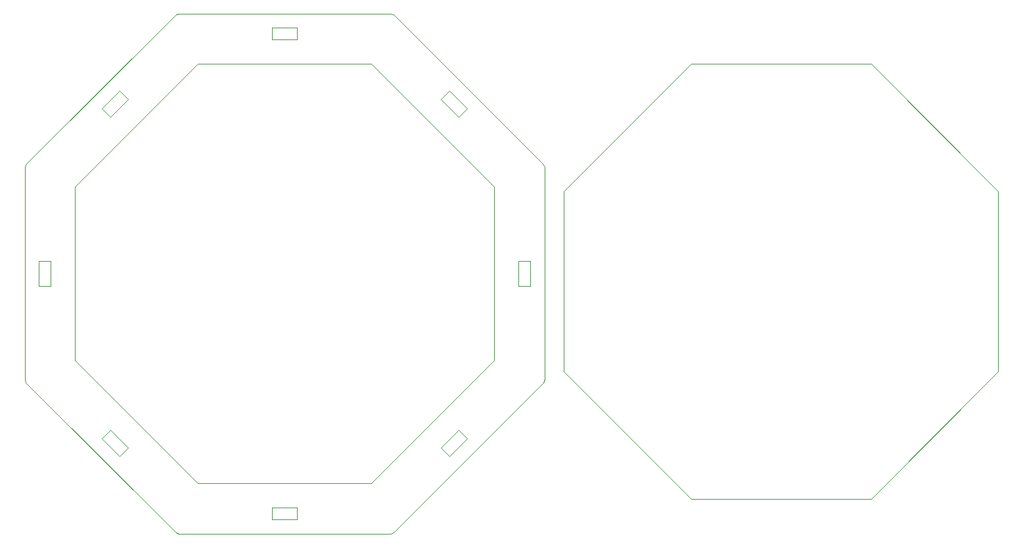
<source format=gbr>
%TF.GenerationSoftware,KiCad,Pcbnew,8.0.1*%
%TF.CreationDate,2024-04-23T14:00:23-07:00*%
%TF.ProjectId,week4PCB,7765656b-3450-4434-922e-6b696361645f,rev?*%
%TF.SameCoordinates,Original*%
%TF.FileFunction,Profile,NP*%
%FSLAX46Y46*%
G04 Gerber Fmt 4.6, Leading zero omitted, Abs format (unit mm)*
G04 Created by KiCad (PCBNEW 8.0.1) date 2024-04-23 14:00:23*
%MOMM*%
%LPD*%
G01*
G04 APERTURE LIST*
%TA.AperFunction,Profile*%
%ADD10C,0.100000*%
%TD*%
G04 APERTURE END LIST*
D10*
X87816234Y10000000D02*
X110183766Y10000000D01*
X72000000Y25816234D02*
X87816234Y10000000D01*
X72000000Y48183766D02*
X72000000Y25816234D01*
X87816234Y64000000D02*
X72000000Y48183766D01*
X110183766Y64000000D02*
X87816234Y64000000D01*
X126000000Y48183766D02*
X110183766Y64000000D01*
X126000000Y25816234D02*
X126000000Y48183766D01*
X110183766Y10000000D02*
X126000000Y25816234D01*
X132515980Y50655893D02*
X132515980Y23543020D01*
X132363739Y51023435D02*
X132515980Y50655893D01*
X113051390Y70335784D02*
X132363739Y51023435D01*
X112683848Y70488025D02*
X113051390Y70335784D01*
X85372062Y70488025D02*
X112683848Y70488025D01*
X85004520Y70335784D02*
X85372062Y70488025D01*
X65692172Y51023435D02*
X85004520Y70335784D01*
X65539931Y50655893D02*
X65692172Y51023435D01*
X65539931Y23344107D02*
X65539931Y50655893D01*
X65692172Y22976565D02*
X65539931Y23344107D01*
X85004520Y3664216D02*
X65692172Y22976565D01*
X85372062Y3511975D02*
X85004520Y3664216D01*
X112683848Y3511975D02*
X85372062Y3511975D01*
X113051390Y3664216D02*
X112683848Y3511975D01*
X132363739Y22976565D02*
X113051390Y3664216D01*
X132380017Y23000017D02*
X132363739Y22976565D01*
X132395478Y23024014D02*
X132380017Y23000017D01*
X132410105Y23048530D02*
X132395478Y23024014D01*
X132423879Y23073535D02*
X132410105Y23048530D01*
X132436784Y23098998D02*
X132423879Y23073535D01*
X132448805Y23124891D02*
X132436784Y23098998D01*
X132459929Y23151182D02*
X132448805Y23124891D01*
X132470140Y23177841D02*
X132459929Y23151182D01*
X132479429Y23204835D02*
X132470140Y23177841D01*
X132487783Y23232132D02*
X132479429Y23204835D01*
X132495192Y23259701D02*
X132487783Y23232132D01*
X132501648Y23287509D02*
X132495192Y23259701D01*
X132507144Y23315522D02*
X132501648Y23287509D01*
X132511672Y23343708D02*
X132507144Y23315522D01*
X132515228Y23372033D02*
X132511672Y23343708D01*
X132517806Y23400464D02*
X132515228Y23372033D01*
X132519405Y23428966D02*
X132517806Y23400464D01*
X132520022Y23457507D02*
X132519405Y23428966D01*
X132519656Y23486052D02*
X132520022Y23457507D01*
X132518308Y23514567D02*
X132519656Y23486052D01*
X132515980Y23543020D02*
X132518308Y23514567D01*
X151402020Y8000000D02*
X174597980Y8000000D01*
X135000000Y24402020D02*
X151402020Y8000000D01*
X135000000Y47597980D02*
X135000000Y24402020D01*
X151402020Y64000000D02*
X135000000Y47597980D01*
X174597980Y64000000D02*
X151402020Y64000000D01*
X191000000Y47597980D02*
X174597980Y64000000D01*
X191000000Y24402020D02*
X191000000Y47597980D01*
X174597980Y8000000D02*
X191000000Y24402020D01*
X100625000Y5330232D02*
X97375000Y5330232D01*
X100625000Y6855971D02*
X100625000Y5330232D01*
X97375000Y6855971D02*
X100625000Y6855971D01*
X97375000Y5330232D02*
X97375000Y6855971D01*
X122542956Y15755141D02*
X120244859Y13457044D01*
X121464096Y16834001D02*
X122542956Y15755141D01*
X119165999Y14535904D02*
X121464096Y16834001D01*
X120244859Y13457044D02*
X119165999Y14535904D01*
X130669768Y38625000D02*
X130669768Y35375000D01*
X129144029Y38625000D02*
X130669768Y38625000D01*
X129144029Y35375000D02*
X129144029Y38625000D01*
X130669768Y35375000D02*
X129144029Y35375000D01*
X120244859Y60542956D02*
X122542956Y58244859D01*
X119165999Y59464096D02*
X120244859Y60542956D01*
X121464096Y57165999D02*
X119165999Y59464096D01*
X122542956Y58244859D02*
X121464096Y57165999D01*
X97375000Y68669768D02*
X100625000Y68669768D01*
X97375000Y67144029D02*
X97375000Y68669768D01*
X100625000Y67144029D02*
X97375000Y67144029D01*
X100625000Y68669768D02*
X100625000Y67144029D01*
X75457044Y58244859D02*
X77755141Y60542956D01*
X76535904Y57165999D02*
X75457044Y58244859D01*
X78834001Y59464096D02*
X76535904Y57165999D01*
X77755141Y60542956D02*
X78834001Y59464096D01*
X67330232Y35375000D02*
X67330232Y38625000D01*
X68855971Y35375000D02*
X67330232Y35375000D01*
X68855971Y38625000D02*
X68855971Y35375000D01*
X67330232Y38625000D02*
X68855971Y38625000D01*
X77755141Y13457044D02*
X75457044Y15755141D01*
X78834001Y14535904D02*
X77755141Y13457044D01*
X76535904Y16834001D02*
X78834001Y14535904D01*
X75457044Y15755141D02*
X76535904Y16834001D01*
M02*

</source>
